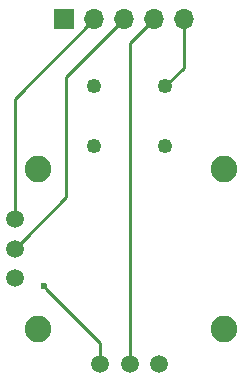
<source format=gbr>
G04 #@! TF.FileFunction,Copper,L1,Top,Signal*
%FSLAX46Y46*%
G04 Gerber Fmt 4.6, Leading zero omitted, Abs format (unit mm)*
G04 Created by KiCad (PCBNEW 4.0.7-e2-6376~58~ubuntu17.04.1) date Wed Mar  7 17:18:45 2018*
%MOMM*%
%LPD*%
G01*
G04 APERTURE LIST*
%ADD10C,0.100000*%
%ADD11R,1.700000X1.700000*%
%ADD12O,1.700000X1.700000*%
%ADD13C,2.250000*%
%ADD14C,1.500000*%
%ADD15C,1.250000*%
%ADD16C,0.600000*%
%ADD17C,0.250000*%
G04 APERTURE END LIST*
D10*
D11*
X127320000Y-109220000D03*
D12*
X129860000Y-109220000D03*
X132400000Y-109220000D03*
X134940000Y-109220000D03*
X137480000Y-109220000D03*
D13*
X125150000Y-135400000D03*
X125150000Y-121900000D03*
D14*
X123150000Y-128650000D03*
X123150000Y-131150000D03*
X123150000Y-126150000D03*
X132900000Y-138400000D03*
X135400000Y-138400000D03*
X130400000Y-138400000D03*
D13*
X140900000Y-135400000D03*
X140900000Y-121900000D03*
D15*
X129900000Y-119900000D03*
X135900000Y-119900000D03*
X129900000Y-114900000D03*
X135900000Y-114900000D03*
D16*
X125597132Y-131813483D03*
D17*
X125897131Y-132113482D02*
X125597132Y-131813483D01*
X130400000Y-136616351D02*
X125897131Y-132113482D01*
X130400000Y-138400000D02*
X130400000Y-136616351D01*
X129860000Y-109220000D02*
X123150000Y-115930000D01*
X123150000Y-115930000D02*
X123150000Y-126150000D01*
X132400000Y-109220000D02*
X127516431Y-114103569D01*
X127516431Y-114103569D02*
X127516431Y-124283569D01*
X127516431Y-124283569D02*
X123899999Y-127900001D01*
X123899999Y-127900001D02*
X123150000Y-128650000D01*
X134940000Y-109220000D02*
X132900000Y-111260000D01*
X132900000Y-111260000D02*
X132900000Y-138400000D01*
X137480000Y-109220000D02*
X137480000Y-113320000D01*
X137480000Y-113320000D02*
X135900000Y-114900000D01*
M02*

</source>
